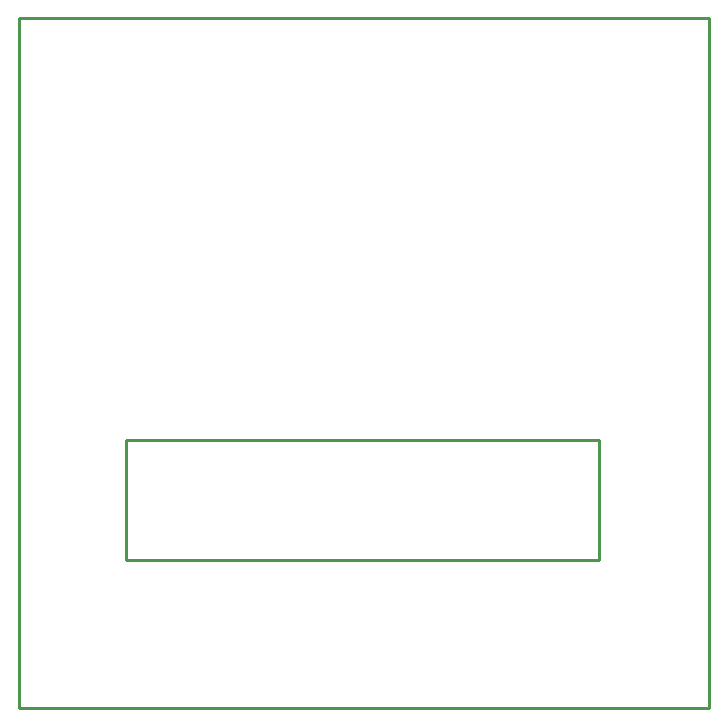
<source format=gko>
G04 Layer: BoardOutlineLayer*
G04 EasyEDA v6.5.34, 2023-08-21 18:11:39*
G04 026cd5f259ac4ed1a941337962b00f24,5a6b42c53f6a479593ecc07194224c93,10*
G04 Gerber Generator version 0.2*
G04 Scale: 100 percent, Rotated: No, Reflected: No *
G04 Dimensions in millimeters *
G04 leading zeros omitted , absolute positions ,4 integer and 5 decimal *
%FSLAX45Y45*%
%MOMM*%

%ADD10C,0.2540*%
D10*
X5842000Y0D02*
G01*
X0Y0D01*
X0Y5842000D01*
X5842000Y5841497D01*
X5842000Y0D01*
X910894Y2271293D02*
G01*
X910894Y1257297D01*
X910894Y1257297D02*
G01*
X4914889Y1257297D01*
X4914889Y1257297D02*
G01*
X4914889Y2271293D01*
X4914889Y2271293D02*
G01*
X910894Y2271293D01*

%LPD*%
M02*

</source>
